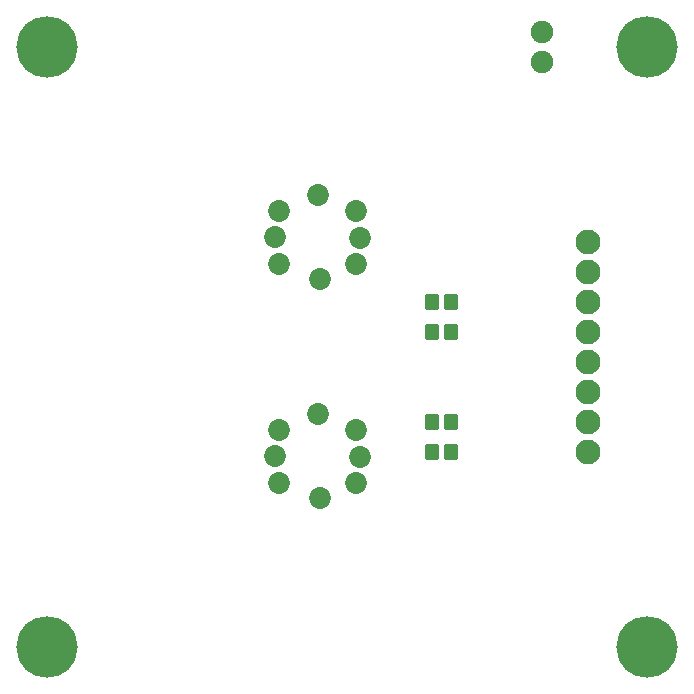
<source format=gts>
G04 Layer: TopSolderMaskLayer*
G04 EasyEDA v6.5.32, 2023-07-25 14:04:49*
G04 8e188c12afc0457c9e824fecad8258c0,5a6b42c53f6a479593ecc07194224c93,10*
G04 Gerber Generator version 0.2*
G04 Scale: 100 percent, Rotated: No, Reflected: No *
G04 Dimensions in millimeters *
G04 leading zeros omitted , absolute positions ,4 integer and 5 decimal *
%FSLAX45Y45*%
%MOMM*%

%AMMACRO1*1,1,$1,$2,$3*1,1,$1,$4,$5*1,1,$1,0-$2,0-$3*1,1,$1,0-$4,0-$5*20,1,$1,$2,$3,$4,$5,0*20,1,$1,$4,$5,0-$2,0-$3,0*20,1,$1,0-$2,0-$3,0-$4,0-$5,0*20,1,$1,0-$4,0-$5,$2,$3,0*4,1,4,$2,$3,$4,$5,0-$2,0-$3,0-$4,0-$5,$2,$3,0*%
%ADD10MACRO1,0.2032X0.5X-0.55X-0.5X-0.55*%
%ADD11C,1.8532*%
%ADD12C,5.2032*%
%ADD13C,2.1016*%
%ADD14C,1.9016*%

%LPD*%
D10*
G01*
X3641077Y3301989D03*
G01*
X3801076Y3301989D03*
G01*
X3641077Y3047992D03*
G01*
X3801076Y3047992D03*
G01*
X3641077Y2285992D03*
G01*
X3801076Y2285992D03*
G01*
X3641077Y2031992D03*
G01*
X3801076Y2031992D03*
D11*
G01*
X2997200Y3619500D03*
G01*
X2347188Y3619500D03*
G01*
X2997200Y4069511D03*
G01*
X2347188Y4069511D03*
G01*
X2672206Y4204487D03*
G01*
X3032201Y3844493D03*
G01*
X2692400Y3492500D03*
G01*
X2311400Y3848100D03*
G01*
X2997200Y1765300D03*
G01*
X2347188Y1765300D03*
G01*
X2997200Y2215311D03*
G01*
X2347188Y2215311D03*
G01*
X2672206Y2350287D03*
G01*
X3032201Y1990293D03*
G01*
X2692400Y1638300D03*
G01*
X2311400Y1993900D03*
D12*
G01*
X381000Y5461000D03*
G01*
X5461000Y5461000D03*
G01*
X5461000Y381000D03*
G01*
X381000Y381000D03*
D13*
G01*
X4956581Y2029205D03*
G01*
X4956581Y2283205D03*
G01*
X4956581Y2537205D03*
G01*
X4956581Y2791205D03*
G01*
X4956581Y3045205D03*
G01*
X4956581Y3299205D03*
G01*
X4956581Y3553205D03*
G01*
X4956581Y3807205D03*
D14*
G01*
X4572000Y5334000D03*
G01*
X4572000Y5588000D03*
M02*

</source>
